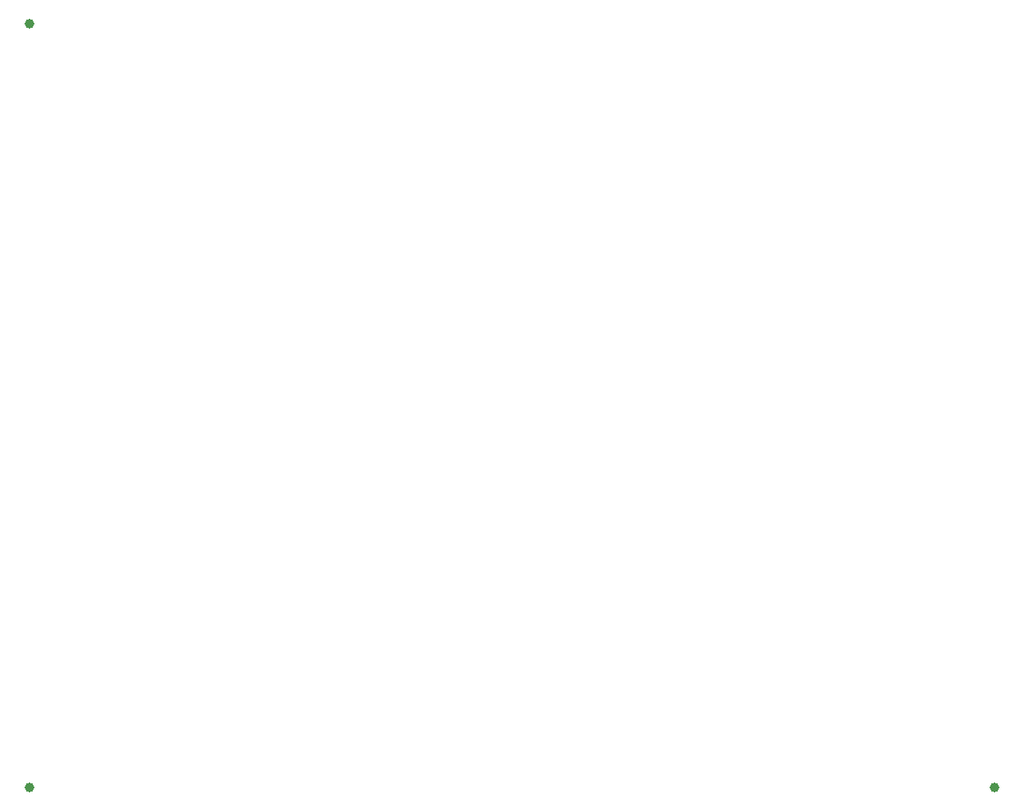
<source format=gbp>
G04*
G04 #@! TF.GenerationSoftware,Altium Limited,Altium Designer,24.0.1 (36)*
G04*
G04 Layer_Color=128*
%FSLAX24Y24*%
%MOIN*%
G70*
G04*
G04 #@! TF.SameCoordinates,9228D32E-8527-4A6C-AAF6-1CDB9724A3A0*
G04*
G04*
G04 #@! TF.FilePolarity,Positive*
G04*
G01*
G75*
%ADD10C,0.0394*%
D10*
X1969Y33071D02*
D03*
X41260Y1969D02*
D03*
X1969D02*
D03*
M02*

</source>
